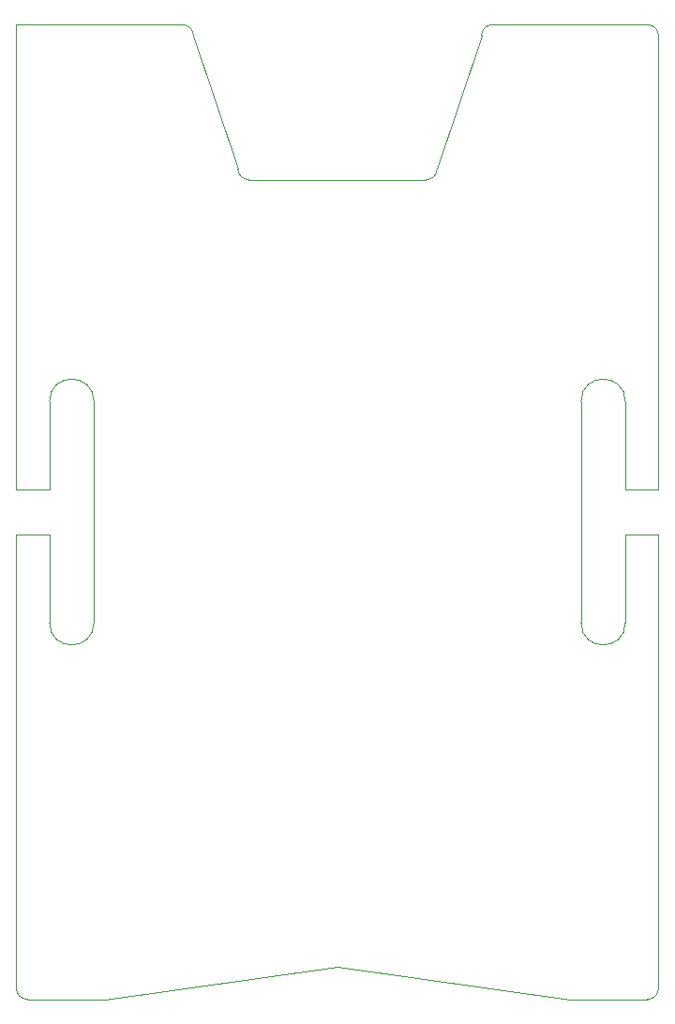
<source format=gbr>
G04 #@! TF.GenerationSoftware,KiCad,Pcbnew,5.1.8-1.fc33*
G04 #@! TF.CreationDate,2021-01-13T18:10:52+01:00*
G04 #@! TF.ProjectId,holder,686f6c64-6572-42e6-9b69-6361645f7063,rev?*
G04 #@! TF.SameCoordinates,Original*
G04 #@! TF.FileFunction,Profile,NP*
%FSLAX46Y46*%
G04 Gerber Fmt 4.6, Leading zero omitted, Abs format (unit mm)*
G04 Created by KiCad (PCBNEW 5.1.8-1.fc33) date 2021-01-13 18:10:52*
%MOMM*%
%LPD*%
G01*
G04 APERTURE LIST*
G04 #@! TA.AperFunction,Profile*
%ADD10C,0.050000*%
G04 #@! TD*
G04 APERTURE END LIST*
D10*
X215000000Y-114000000D02*
X215000000Y-106000000D01*
X218000000Y-106000000D02*
X218000000Y-147000000D01*
X211000000Y-94000000D02*
X211000000Y-114000000D01*
X218000000Y-102000000D02*
X215000000Y-102000000D01*
X217000000Y-148000000D02*
G75*
G03*
X218000000Y-147000000I0J1000000D01*
G01*
X211000000Y-114000000D02*
G75*
G03*
X215000000Y-114000000I2000000J0D01*
G01*
X215000000Y-94000000D02*
G75*
G03*
X211000000Y-94000000I-2000000J0D01*
G01*
X217000000Y-148000000D02*
X210000000Y-148000000D01*
X215000000Y-102000000D02*
X215000000Y-94000000D01*
X218000000Y-106000000D02*
X215000000Y-106000000D01*
X197000000Y-74000000D02*
G75*
G03*
X198000000Y-73000000I0J1000000D01*
G01*
X203000000Y-60000000D02*
G75*
G03*
X202000000Y-61000000I0J-1000000D01*
G01*
X218000000Y-61000000D02*
G75*
G03*
X217000000Y-60000000I-1000000J0D01*
G01*
X197000000Y-74000000D02*
X189000000Y-74000000D01*
X202000000Y-61000000D02*
X198000000Y-73000000D01*
X217000000Y-60000000D02*
X203000000Y-60000000D01*
X210000000Y-148000000D02*
X189000000Y-145100000D01*
X218000000Y-61000000D02*
X218000000Y-102000000D01*
X160000000Y-102000000D02*
X163000000Y-102000000D01*
X160000000Y-106000000D02*
X163000000Y-106000000D01*
X163000000Y-114000000D02*
X163000000Y-106000000D01*
X160000000Y-106000000D02*
X160000000Y-147000000D01*
X167000000Y-114000000D02*
G75*
G02*
X163000000Y-114000000I-2000000J0D01*
G01*
X163000000Y-94000000D02*
G75*
G02*
X167000000Y-94000000I2000000J0D01*
G01*
X167000000Y-94000000D02*
X167000000Y-114000000D01*
X163000000Y-102000000D02*
X163000000Y-94000000D01*
X161000000Y-148000000D02*
X168000000Y-148000000D01*
X161000000Y-148000000D02*
G75*
G02*
X160000000Y-147000000I0J1000000D01*
G01*
X168000000Y-148000000D02*
X189000000Y-145100000D01*
X160000000Y-60000000D02*
X160000000Y-102000000D01*
X181000000Y-74000000D02*
X189000000Y-74000000D01*
X181000000Y-74000000D02*
G75*
G02*
X180000000Y-73000000I0J1000000D01*
G01*
X176000000Y-61000000D02*
X180000000Y-73000000D01*
X175000000Y-60000000D02*
G75*
G02*
X176000000Y-61000000I0J-1000000D01*
G01*
X160000000Y-60000000D02*
X175000000Y-60000000D01*
M02*

</source>
